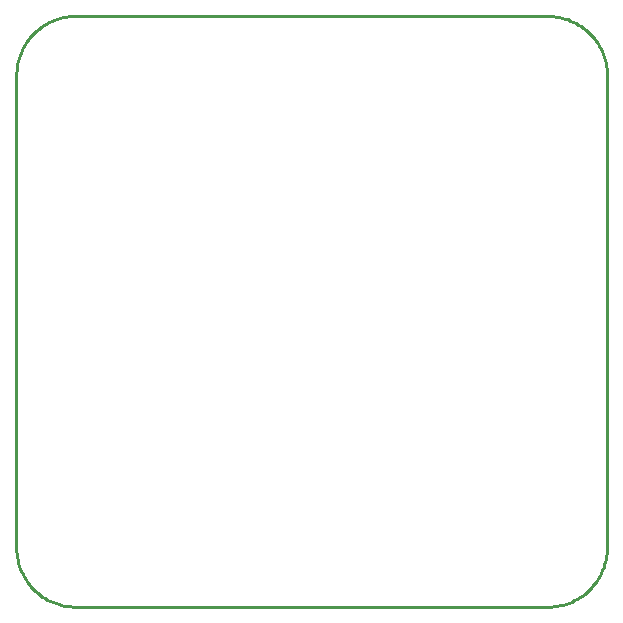
<source format=gm1>
G04*
G04 #@! TF.GenerationSoftware,Altium Limited,Altium Designer,22.3.1 (43)*
G04*
G04 Layer_Color=16711935*
%FSLAX25Y25*%
%MOIN*%
G70*
G04*
G04 #@! TF.SameCoordinates,2454C8F7-4EAD-40B7-BFB8-64AA641CEC59*
G04*
G04*
G04 #@! TF.FilePolarity,Positive*
G04*
G01*
G75*
%ADD56C,0.01000*%
D56*
X20498Y196833D02*
X19497Y196849D01*
X18496Y196814D01*
X17498Y196728D01*
X16506Y196592D01*
X15522Y196405D01*
X14549Y196169D01*
X13590Y195883D01*
X12646Y195549D01*
X11720Y195167D01*
X10815Y194739D01*
X9933Y194265D01*
X9076Y193747D01*
X8246Y193186D01*
X7446Y192583D01*
X6678Y191941D01*
X5943Y191260D01*
X5244Y190543D01*
X4583Y189792D01*
X3960Y189007D01*
X3378Y188192D01*
X2839Y187349D01*
X2342Y186479D01*
X1891Y185585D01*
X1486Y184669D01*
X1128Y183734D01*
X818Y182782D01*
X557Y181815D01*
X345Y180836D01*
X184Y179848D01*
X73Y178853D01*
X12Y177853D01*
X3Y176852D01*
X176351Y16D02*
X177352Y0D01*
X178353Y35D01*
X179351Y121D01*
X180343Y257D01*
X181327Y444D01*
X182300Y681D01*
X183260Y966D01*
X184204Y1301D01*
X185130Y1682D01*
X186036Y2111D01*
X186918Y2585D01*
X187775Y3103D01*
X188605Y3664D01*
X189405Y4266D01*
X190173Y4909D01*
X190908Y5590D01*
X191607Y6307D01*
X192268Y7058D01*
X192891Y7843D01*
X193473Y8658D01*
X194013Y9502D01*
X194509Y10372D01*
X194960Y11266D01*
X195365Y12182D01*
X195723Y13117D01*
X196033Y14069D01*
X196294Y15036D01*
X196506Y16015D01*
X196668Y17003D01*
X196779Y17999D01*
X196839Y18998D01*
X196849Y20000D01*
X196834Y176351D02*
X196850Y177352D01*
X196815Y178353D01*
X196730Y179351D01*
X196593Y180343D01*
X196406Y181327D01*
X196170Y182300D01*
X195884Y183260D01*
X195550Y184204D01*
X195168Y185130D01*
X194740Y186036D01*
X194266Y186918D01*
X193748Y187775D01*
X193186Y188605D01*
X192584Y189405D01*
X191942Y190173D01*
X191261Y190908D01*
X190544Y191607D01*
X189792Y192268D01*
X189007Y192891D01*
X188192Y193473D01*
X187349Y194013D01*
X186479Y194509D01*
X185585Y194960D01*
X184669Y195365D01*
X183733Y195723D01*
X182781Y196033D01*
X181814Y196294D01*
X180835Y196506D01*
X179847Y196668D01*
X178852Y196779D01*
X177852Y196839D01*
X176850Y196849D01*
X16Y20499D02*
X0Y19498D01*
X35Y18497D01*
X121Y17499D01*
X257Y16507D01*
X444Y15523D01*
X681Y14550D01*
X966Y13590D01*
X1301Y12646D01*
X1682Y11720D01*
X2111Y10815D01*
X2585Y9933D01*
X3103Y9075D01*
X3664Y8246D01*
X4266Y7446D01*
X4909Y6677D01*
X5590Y5943D01*
X6307Y5244D01*
X7058Y4582D01*
X7843Y3959D01*
X8658Y3377D01*
X9502Y2838D01*
X10372Y2342D01*
X11266Y1890D01*
X12182Y1485D01*
X13117Y1127D01*
X14069Y817D01*
X15036Y556D01*
X16015Y344D01*
X17003Y183D01*
X17999Y71D01*
X18998Y11D01*
X20000Y2D01*
X2Y20514D02*
X3Y176852D01*
X20498Y196833D02*
X20499Y196834D01*
X20514Y196849D02*
X176850D01*
X196849Y20000D02*
Y176337D01*
X20000Y2D02*
X176337D01*
M02*

</source>
